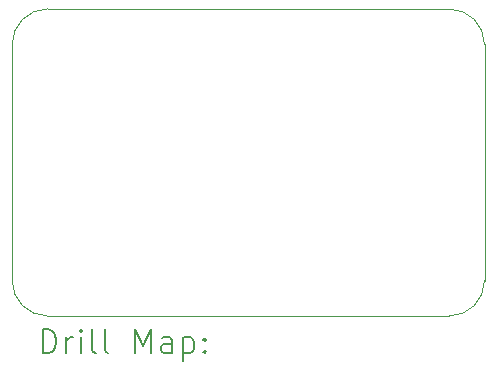
<source format=gbr>
%TF.GenerationSoftware,KiCad,Pcbnew,8.0.6*%
%TF.CreationDate,2024-11-14T10:44:59+01:00*%
%TF.ProjectId,dac_hat,6461635f-6861-4742-9e6b-696361645f70,0*%
%TF.SameCoordinates,Original*%
%TF.FileFunction,Drillmap*%
%TF.FilePolarity,Positive*%
%FSLAX45Y45*%
G04 Gerber Fmt 4.5, Leading zero omitted, Abs format (unit mm)*
G04 Created by KiCad (PCBNEW 8.0.6) date 2024-11-14 10:44:59*
%MOMM*%
%LPD*%
G01*
G04 APERTURE LIST*
%ADD10C,0.050000*%
%ADD11C,0.200000*%
G04 APERTURE END LIST*
D10*
X13700000Y-9300000D02*
X13700000Y-7300000D01*
X10000000Y-9600000D02*
X13400000Y-9600000D01*
X9700000Y-7300000D02*
X9700000Y-9300000D01*
X13400000Y-7000000D02*
X10000000Y-7000000D01*
X9700000Y-7300000D02*
G75*
G02*
X10000000Y-7000000I300000J0D01*
G01*
X10000000Y-9600000D02*
G75*
G02*
X9700000Y-9300000I0J300000D01*
G01*
X13700000Y-9300000D02*
G75*
G02*
X13400000Y-9600000I-300000J0D01*
G01*
X13400000Y-7000000D02*
G75*
G02*
X13700000Y-7300000I0J-300000D01*
G01*
D11*
X9958277Y-9913984D02*
X9958277Y-9713984D01*
X9958277Y-9713984D02*
X10005896Y-9713984D01*
X10005896Y-9713984D02*
X10034467Y-9723508D01*
X10034467Y-9723508D02*
X10053515Y-9742555D01*
X10053515Y-9742555D02*
X10063039Y-9761603D01*
X10063039Y-9761603D02*
X10072563Y-9799698D01*
X10072563Y-9799698D02*
X10072563Y-9828270D01*
X10072563Y-9828270D02*
X10063039Y-9866365D01*
X10063039Y-9866365D02*
X10053515Y-9885412D01*
X10053515Y-9885412D02*
X10034467Y-9904460D01*
X10034467Y-9904460D02*
X10005896Y-9913984D01*
X10005896Y-9913984D02*
X9958277Y-9913984D01*
X10158277Y-9913984D02*
X10158277Y-9780650D01*
X10158277Y-9818746D02*
X10167801Y-9799698D01*
X10167801Y-9799698D02*
X10177324Y-9790174D01*
X10177324Y-9790174D02*
X10196372Y-9780650D01*
X10196372Y-9780650D02*
X10215420Y-9780650D01*
X10282086Y-9913984D02*
X10282086Y-9780650D01*
X10282086Y-9713984D02*
X10272563Y-9723508D01*
X10272563Y-9723508D02*
X10282086Y-9733031D01*
X10282086Y-9733031D02*
X10291610Y-9723508D01*
X10291610Y-9723508D02*
X10282086Y-9713984D01*
X10282086Y-9713984D02*
X10282086Y-9733031D01*
X10405896Y-9913984D02*
X10386848Y-9904460D01*
X10386848Y-9904460D02*
X10377324Y-9885412D01*
X10377324Y-9885412D02*
X10377324Y-9713984D01*
X10510658Y-9913984D02*
X10491610Y-9904460D01*
X10491610Y-9904460D02*
X10482086Y-9885412D01*
X10482086Y-9885412D02*
X10482086Y-9713984D01*
X10739229Y-9913984D02*
X10739229Y-9713984D01*
X10739229Y-9713984D02*
X10805896Y-9856841D01*
X10805896Y-9856841D02*
X10872563Y-9713984D01*
X10872563Y-9713984D02*
X10872563Y-9913984D01*
X11053515Y-9913984D02*
X11053515Y-9809222D01*
X11053515Y-9809222D02*
X11043991Y-9790174D01*
X11043991Y-9790174D02*
X11024944Y-9780650D01*
X11024944Y-9780650D02*
X10986848Y-9780650D01*
X10986848Y-9780650D02*
X10967801Y-9790174D01*
X11053515Y-9904460D02*
X11034467Y-9913984D01*
X11034467Y-9913984D02*
X10986848Y-9913984D01*
X10986848Y-9913984D02*
X10967801Y-9904460D01*
X10967801Y-9904460D02*
X10958277Y-9885412D01*
X10958277Y-9885412D02*
X10958277Y-9866365D01*
X10958277Y-9866365D02*
X10967801Y-9847317D01*
X10967801Y-9847317D02*
X10986848Y-9837793D01*
X10986848Y-9837793D02*
X11034467Y-9837793D01*
X11034467Y-9837793D02*
X11053515Y-9828270D01*
X11148753Y-9780650D02*
X11148753Y-9980650D01*
X11148753Y-9790174D02*
X11167801Y-9780650D01*
X11167801Y-9780650D02*
X11205896Y-9780650D01*
X11205896Y-9780650D02*
X11224943Y-9790174D01*
X11224943Y-9790174D02*
X11234467Y-9799698D01*
X11234467Y-9799698D02*
X11243991Y-9818746D01*
X11243991Y-9818746D02*
X11243991Y-9875889D01*
X11243991Y-9875889D02*
X11234467Y-9894936D01*
X11234467Y-9894936D02*
X11224943Y-9904460D01*
X11224943Y-9904460D02*
X11205896Y-9913984D01*
X11205896Y-9913984D02*
X11167801Y-9913984D01*
X11167801Y-9913984D02*
X11148753Y-9904460D01*
X11329705Y-9894936D02*
X11339229Y-9904460D01*
X11339229Y-9904460D02*
X11329705Y-9913984D01*
X11329705Y-9913984D02*
X11320182Y-9904460D01*
X11320182Y-9904460D02*
X11329705Y-9894936D01*
X11329705Y-9894936D02*
X11329705Y-9913984D01*
X11329705Y-9790174D02*
X11339229Y-9799698D01*
X11339229Y-9799698D02*
X11329705Y-9809222D01*
X11329705Y-9809222D02*
X11320182Y-9799698D01*
X11320182Y-9799698D02*
X11329705Y-9790174D01*
X11329705Y-9790174D02*
X11329705Y-9809222D01*
M02*

</source>
